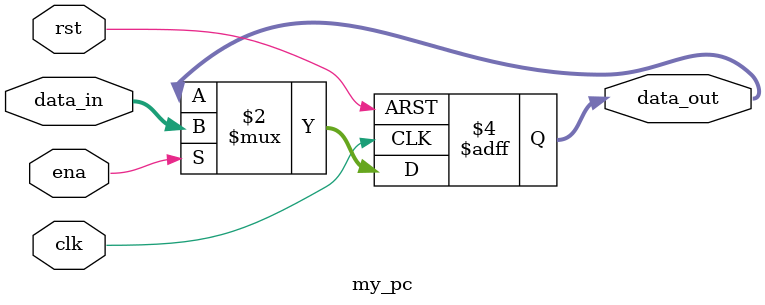
<source format=v>
`timescale 1ns / 1ps


module my_pc(
	input clk,
	input rst,
	input ena,
	input [31:0] data_in,
	output reg [31:0] data_out
    );

	always@(negedge clk or posedge rst)  
	begin
		if(rst)
		begin
			data_out <= 32'b0;
		end

		else if(ena)
		begin
			data_out <= data_in;
		end
	end

endmodule

</source>
